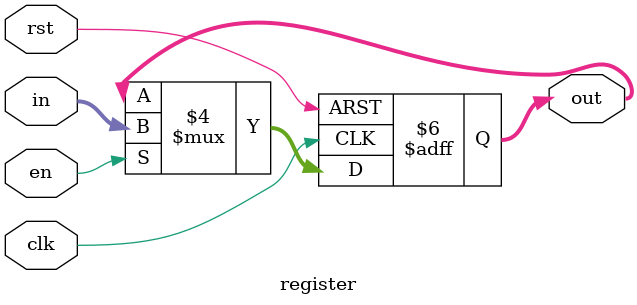
<source format=v>

module register(
input clk, 
input rst, 
input [7:0]in, 
input en, 
output reg [7:0]out);

always @(posedge clk or negedge rst)
begin
	if (rst == 1'b0)
	begin
		out <= 8'd0;
	end
	else if (en == 1'b1)
	begin
		out <= in;
	end
end

endmodule

</source>
